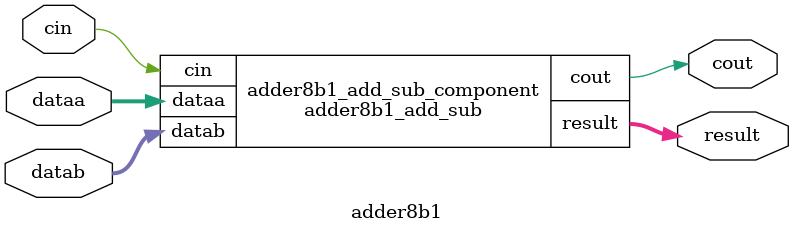
<source format=v>
module adder8b1_add_sub(	// file.cleaned.mlir:2:3
  input        cin,	// file.cleaned.mlir:2:42
  input  [7:0] dataa,	// file.cleaned.mlir:2:56
               datab,	// file.cleaned.mlir:2:72
  output       cout,	// file.cleaned.mlir:2:89
  output [7:0] result	// file.cleaned.mlir:2:104
);

  wire [9:0] wire_result_int = {1'h0, dataa, cin} + {1'h0, datab, cin};	// file.cleaned.mlir:3:14, :4:10, :5:10, :6:10
  assign cout = wire_result_int[9];	// file.cleaned.mlir:6:10, :8:10, :9:5
  assign result = wire_result_int[8:1];	// file.cleaned.mlir:6:10, :7:10, :9:5
endmodule

module adder8b1(	// file.cleaned.mlir:11:3
  input        cin,	// file.cleaned.mlir:11:26
  input  [7:0] dataa,	// file.cleaned.mlir:11:40
               datab,	// file.cleaned.mlir:11:56
  output       cout,	// file.cleaned.mlir:11:73
  output [7:0] result	// file.cleaned.mlir:11:88
);

  adder8b1_add_sub adder8b1_add_sub_component (	// file.cleaned.mlir:12:76
    .cin    (cin),
    .dataa  (dataa),
    .datab  (datab),
    .cout   (cout),
    .result (result)
  );	// file.cleaned.mlir:12:76
endmodule


</source>
